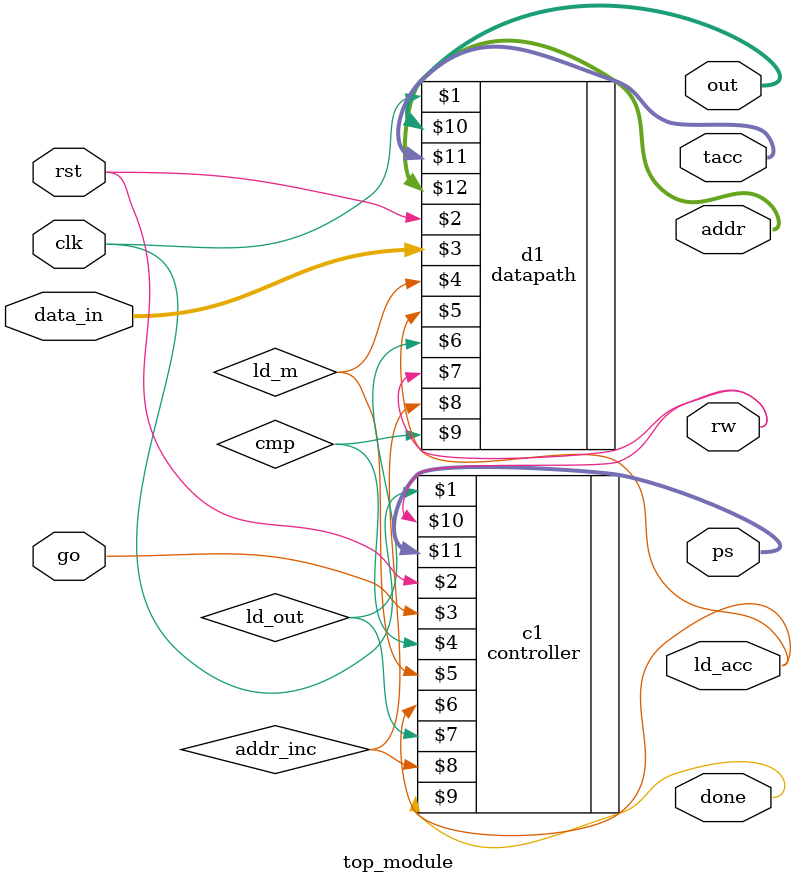
<source format=v>
`timescale 1ns/1ps
module top_module(clk,rst,go,data_in,out,done,ps,rw,ld_acc,tacc,addr);
input clk,rst,go;
input [7:0] data_in;
output [7:0] out;
output done,rw;
wire ld_m,ld_out; // output from controller to datapath
wire add_inc,cmp;
output [3:0] addr;
output [2:0] ps;
output ld_acc;
output [7:0] tacc;
// instantiate datapath and controller

controller c1(clk,rst,go,cmp,ld_m,ld_acc,ld_out,addr_inc,done,rw,ps);
datapath d1(clk,rst,data_in,ld_m,ld_acc,ld_out,rw,addr_inc,cmp,out,tacc,addr);

endmodule 
</source>
